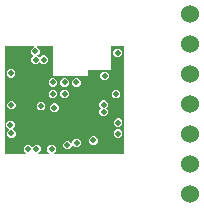
<source format=gbr>
G04 EAGLE Gerber X2 export*
%TF.Part,Single*%
%TF.FileFunction,Copper,L3,Inr,Mixed*%
%TF.FilePolarity,Positive*%
%TF.GenerationSoftware,Autodesk,EAGLE,8.6.3*%
%TF.CreationDate,2018-04-05T08:16:35Z*%
G75*
%MOMM*%
%FSLAX34Y34*%
%LPD*%
%AMOC8*
5,1,8,0,0,1.08239X$1,22.5*%
G01*
%ADD10C,1.524000*%
%ADD11C,0.508000*%
%ADD12C,0.152400*%

G36*
X17029Y-507D02*
X17029Y-507D01*
X17031Y-507D01*
X17126Y-487D01*
X17223Y-468D01*
X17225Y-466D01*
X17227Y-466D01*
X17308Y-410D01*
X17388Y-355D01*
X17390Y-353D01*
X17392Y-351D01*
X17445Y-268D01*
X17498Y-187D01*
X17498Y-184D01*
X17500Y-182D01*
X17516Y-86D01*
X17533Y10D01*
X17533Y13D01*
X17533Y16D01*
X17511Y110D01*
X17490Y206D01*
X17488Y208D01*
X17488Y211D01*
X17385Y359D01*
X15652Y2092D01*
X15652Y5038D01*
X17735Y7122D01*
X20682Y7122D01*
X22263Y5540D01*
X22268Y5537D01*
X22271Y5533D01*
X22351Y5482D01*
X22430Y5429D01*
X22436Y5428D01*
X22440Y5425D01*
X22534Y5409D01*
X22627Y5391D01*
X22632Y5393D01*
X22638Y5392D01*
X22730Y5413D01*
X22823Y5433D01*
X22828Y5436D01*
X22833Y5437D01*
X22981Y5540D01*
X24667Y7226D01*
X27614Y7226D01*
X29697Y5143D01*
X29697Y2196D01*
X27860Y359D01*
X27858Y356D01*
X27856Y355D01*
X27803Y274D01*
X27749Y192D01*
X27748Y189D01*
X27747Y187D01*
X27729Y91D01*
X27711Y-5D01*
X27712Y-8D01*
X27711Y-10D01*
X27733Y-107D01*
X27753Y-201D01*
X27754Y-203D01*
X27755Y-206D01*
X27811Y-286D01*
X27867Y-366D01*
X27869Y-367D01*
X27871Y-369D01*
X27953Y-421D01*
X28036Y-473D01*
X28039Y-474D01*
X28041Y-475D01*
X28218Y-507D01*
X36828Y-507D01*
X36831Y-507D01*
X36833Y-507D01*
X36928Y-487D01*
X37024Y-468D01*
X37027Y-466D01*
X37029Y-466D01*
X37110Y-410D01*
X37190Y-355D01*
X37192Y-353D01*
X37194Y-351D01*
X37247Y-268D01*
X37300Y-187D01*
X37300Y-184D01*
X37301Y-182D01*
X37318Y-86D01*
X37335Y10D01*
X37335Y13D01*
X37335Y16D01*
X37313Y110D01*
X37292Y206D01*
X37290Y208D01*
X37289Y211D01*
X37187Y359D01*
X35483Y2062D01*
X35483Y5009D01*
X37567Y7092D01*
X40513Y7092D01*
X42596Y5009D01*
X42596Y2062D01*
X40893Y359D01*
X40891Y356D01*
X40889Y355D01*
X40837Y274D01*
X40782Y192D01*
X40781Y189D01*
X40780Y187D01*
X40763Y91D01*
X40744Y-5D01*
X40745Y-8D01*
X40744Y-10D01*
X40766Y-107D01*
X40786Y-201D01*
X40787Y-203D01*
X40788Y-206D01*
X40844Y-286D01*
X40900Y-366D01*
X40902Y-367D01*
X40904Y-369D01*
X40987Y-421D01*
X41069Y-473D01*
X41072Y-474D01*
X41074Y-475D01*
X41252Y-507D01*
X100000Y-507D01*
X100005Y-506D01*
X100010Y-507D01*
X100103Y-486D01*
X100197Y-468D01*
X100201Y-465D01*
X100206Y-464D01*
X100284Y-408D01*
X100362Y-355D01*
X100365Y-351D01*
X100369Y-348D01*
X100420Y-266D01*
X100472Y-187D01*
X100472Y-182D01*
X100475Y-177D01*
X100507Y0D01*
X100507Y90000D01*
X100506Y90005D01*
X100507Y90010D01*
X100486Y90103D01*
X100468Y90197D01*
X100465Y90201D01*
X100464Y90206D01*
X100408Y90284D01*
X100355Y90362D01*
X100351Y90365D01*
X100348Y90369D01*
X100266Y90420D01*
X100187Y90472D01*
X100182Y90472D01*
X100177Y90475D01*
X100000Y90507D01*
X90000Y90507D01*
X89995Y90506D01*
X89990Y90507D01*
X89897Y90486D01*
X89804Y90468D01*
X89799Y90465D01*
X89794Y90464D01*
X89716Y90408D01*
X89638Y90355D01*
X89635Y90351D01*
X89631Y90348D01*
X89580Y90266D01*
X89528Y90187D01*
X89528Y90182D01*
X89525Y90177D01*
X89493Y90000D01*
X89493Y70507D01*
X70000Y70507D01*
X69995Y70506D01*
X69990Y70507D01*
X69897Y70486D01*
X69804Y70468D01*
X69799Y70465D01*
X69794Y70464D01*
X69716Y70408D01*
X69638Y70355D01*
X69635Y70351D01*
X69631Y70348D01*
X69580Y70266D01*
X69528Y70187D01*
X69528Y70182D01*
X69525Y70177D01*
X69493Y70000D01*
X69493Y65507D01*
X40507Y65507D01*
X40507Y90000D01*
X40506Y90005D01*
X40507Y90010D01*
X40486Y90103D01*
X40468Y90197D01*
X40465Y90201D01*
X40464Y90206D01*
X40408Y90284D01*
X40355Y90362D01*
X40351Y90365D01*
X40348Y90369D01*
X40266Y90420D01*
X40187Y90472D01*
X40182Y90472D01*
X40177Y90475D01*
X40000Y90507D01*
X27134Y90507D01*
X27132Y90507D01*
X27129Y90507D01*
X27034Y90487D01*
X26938Y90468D01*
X26936Y90466D01*
X26933Y90466D01*
X26853Y90410D01*
X26772Y90355D01*
X26771Y90353D01*
X26769Y90351D01*
X26715Y90268D01*
X26663Y90187D01*
X26662Y90184D01*
X26661Y90182D01*
X26645Y90086D01*
X26627Y89990D01*
X26628Y89987D01*
X26627Y89985D01*
X26649Y89891D01*
X26671Y89794D01*
X26672Y89792D01*
X26673Y89789D01*
X26776Y89641D01*
X28821Y87597D01*
X28821Y84650D01*
X27205Y83035D01*
X27202Y83030D01*
X27198Y83027D01*
X27147Y82947D01*
X27094Y82868D01*
X27093Y82863D01*
X27090Y82858D01*
X27074Y82764D01*
X27057Y82671D01*
X27058Y82666D01*
X27057Y82660D01*
X27078Y82568D01*
X27098Y82475D01*
X27101Y82470D01*
X27102Y82465D01*
X27205Y82317D01*
X28351Y81172D01*
X28355Y81169D01*
X28358Y81164D01*
X28439Y81113D01*
X28518Y81061D01*
X28523Y81060D01*
X28527Y81057D01*
X28621Y81041D01*
X28715Y81023D01*
X28720Y81024D01*
X28725Y81023D01*
X28818Y81045D01*
X28911Y81065D01*
X28915Y81068D01*
X28920Y81069D01*
X29068Y81172D01*
X30753Y82857D01*
X33700Y82857D01*
X35783Y80773D01*
X35783Y77827D01*
X33700Y75743D01*
X30753Y75743D01*
X29312Y77184D01*
X29308Y77187D01*
X29305Y77192D01*
X29224Y77243D01*
X29145Y77295D01*
X29140Y77296D01*
X29136Y77299D01*
X29042Y77315D01*
X28948Y77333D01*
X28943Y77332D01*
X28938Y77333D01*
X28845Y77311D01*
X28752Y77291D01*
X28748Y77288D01*
X28743Y77287D01*
X28595Y77184D01*
X26910Y75499D01*
X23963Y75499D01*
X21880Y77583D01*
X21880Y80529D01*
X23495Y82145D01*
X23498Y82149D01*
X23502Y82152D01*
X23554Y82232D01*
X23606Y82312D01*
X23607Y82317D01*
X23610Y82321D01*
X23626Y82415D01*
X23644Y82508D01*
X23643Y82514D01*
X23644Y82519D01*
X23622Y82611D01*
X23602Y82705D01*
X23599Y82709D01*
X23598Y82714D01*
X23495Y82862D01*
X21707Y84650D01*
X21707Y87597D01*
X23752Y89641D01*
X23753Y89644D01*
X23756Y89645D01*
X23808Y89726D01*
X23863Y89808D01*
X23863Y89811D01*
X23865Y89813D01*
X23882Y89909D01*
X23900Y90005D01*
X23900Y90008D01*
X23900Y90010D01*
X23879Y90107D01*
X23859Y90201D01*
X23857Y90203D01*
X23857Y90206D01*
X23800Y90286D01*
X23745Y90366D01*
X23742Y90367D01*
X23741Y90369D01*
X23658Y90421D01*
X23575Y90473D01*
X23573Y90474D01*
X23571Y90475D01*
X23393Y90507D01*
X0Y90507D01*
X-5Y90506D01*
X-10Y90507D01*
X-103Y90486D01*
X-197Y90468D01*
X-201Y90465D01*
X-206Y90464D01*
X-284Y90408D01*
X-362Y90355D01*
X-365Y90351D01*
X-369Y90348D01*
X-420Y90266D01*
X-472Y90187D01*
X-472Y90182D01*
X-475Y90177D01*
X-507Y90000D01*
X-507Y0D01*
X-506Y-5D01*
X-507Y-10D01*
X-486Y-103D01*
X-468Y-197D01*
X-465Y-201D01*
X-464Y-206D01*
X-408Y-284D01*
X-355Y-362D01*
X-351Y-365D01*
X-348Y-369D01*
X-266Y-420D01*
X-187Y-472D01*
X-182Y-472D01*
X-177Y-475D01*
X0Y-507D01*
X17026Y-507D01*
X17029Y-507D01*
G37*
%LPC*%
G36*
X50936Y3113D02*
X50936Y3113D01*
X48853Y5196D01*
X48853Y8143D01*
X50936Y10226D01*
X53883Y10226D01*
X55883Y8226D01*
X55885Y8224D01*
X55887Y8222D01*
X55968Y8170D01*
X56050Y8115D01*
X56053Y8114D01*
X56055Y8113D01*
X56151Y8096D01*
X56247Y8077D01*
X56249Y8078D01*
X56252Y8077D01*
X56348Y8099D01*
X56443Y8119D01*
X56445Y8120D01*
X56448Y8121D01*
X56527Y8178D01*
X56608Y8233D01*
X56609Y8236D01*
X56611Y8237D01*
X56663Y8320D01*
X56715Y8402D01*
X56716Y8405D01*
X56717Y8407D01*
X56749Y8585D01*
X56749Y9897D01*
X58833Y11981D01*
X61779Y11981D01*
X63862Y9897D01*
X63862Y6951D01*
X61779Y4867D01*
X58833Y4867D01*
X56832Y6868D01*
X56830Y6869D01*
X56829Y6871D01*
X56748Y6924D01*
X56665Y6978D01*
X56663Y6979D01*
X56661Y6980D01*
X56565Y6998D01*
X56469Y7016D01*
X56466Y7016D01*
X56463Y7016D01*
X56367Y6995D01*
X56272Y6974D01*
X56270Y6973D01*
X56268Y6972D01*
X56188Y6916D01*
X56108Y6860D01*
X56106Y6858D01*
X56104Y6856D01*
X56053Y6774D01*
X56000Y6691D01*
X56000Y6688D01*
X55998Y6686D01*
X55966Y6509D01*
X55966Y5196D01*
X53883Y3113D01*
X50936Y3113D01*
G37*
%LPD*%
%LPC*%
G36*
X3483Y13188D02*
X3483Y13188D01*
X1399Y15272D01*
X1399Y18218D01*
X2710Y19529D01*
X2713Y19533D01*
X2717Y19536D01*
X2768Y19616D01*
X2821Y19695D01*
X2822Y19701D01*
X2825Y19705D01*
X2840Y19799D01*
X2858Y19892D01*
X2857Y19898D01*
X2858Y19903D01*
X2836Y19995D01*
X2817Y20088D01*
X2814Y20093D01*
X2813Y20098D01*
X2710Y20246D01*
X674Y22282D01*
X674Y25228D01*
X2757Y27312D01*
X5704Y27312D01*
X7787Y25228D01*
X7787Y22282D01*
X6477Y20971D01*
X6474Y20967D01*
X6470Y20964D01*
X6419Y20884D01*
X6366Y20804D01*
X6365Y20799D01*
X6362Y20795D01*
X6346Y20701D01*
X6329Y20607D01*
X6330Y20602D01*
X6329Y20597D01*
X6350Y20505D01*
X6370Y20411D01*
X6373Y20407D01*
X6374Y20402D01*
X6477Y20254D01*
X8513Y18218D01*
X8513Y15272D01*
X6429Y13188D01*
X3483Y13188D01*
G37*
%LPD*%
%LPC*%
G36*
X81680Y31430D02*
X81680Y31430D01*
X79597Y33514D01*
X79597Y36460D01*
X80740Y37603D01*
X80743Y37607D01*
X80747Y37610D01*
X80798Y37690D01*
X80851Y37770D01*
X80852Y37775D01*
X80854Y37779D01*
X80870Y37873D01*
X80888Y37967D01*
X80887Y37972D01*
X80888Y37977D01*
X80866Y38070D01*
X80847Y38163D01*
X80844Y38167D01*
X80842Y38172D01*
X80740Y38320D01*
X79450Y39610D01*
X79450Y42556D01*
X81534Y44639D01*
X84480Y44639D01*
X86564Y42556D01*
X86564Y39610D01*
X85421Y38467D01*
X85418Y38462D01*
X85414Y38459D01*
X85363Y38379D01*
X85310Y38300D01*
X85309Y38295D01*
X85306Y38290D01*
X85290Y38196D01*
X85272Y38103D01*
X85273Y38098D01*
X85273Y38093D01*
X85294Y38000D01*
X85314Y37907D01*
X85317Y37902D01*
X85318Y37897D01*
X85421Y37749D01*
X86710Y36460D01*
X86710Y33514D01*
X84627Y31430D01*
X81680Y31430D01*
G37*
%LPD*%
%LPC*%
G36*
X58527Y56443D02*
X58527Y56443D01*
X56443Y58527D01*
X56443Y61473D01*
X58527Y63557D01*
X61473Y63557D01*
X63557Y61473D01*
X63557Y58527D01*
X61473Y56443D01*
X58527Y56443D01*
G37*
%LPD*%
%LPC*%
G36*
X48527Y56443D02*
X48527Y56443D01*
X46443Y58527D01*
X46443Y61473D01*
X48527Y63557D01*
X51473Y63557D01*
X53557Y61473D01*
X53557Y58527D01*
X51473Y56443D01*
X48527Y56443D01*
G37*
%LPD*%
%LPC*%
G36*
X38527Y56443D02*
X38527Y56443D01*
X36443Y58527D01*
X36443Y61473D01*
X38527Y63557D01*
X41473Y63557D01*
X43557Y61473D01*
X43557Y58527D01*
X41473Y56443D01*
X38527Y56443D01*
G37*
%LPD*%
%LPC*%
G36*
X92169Y46513D02*
X92169Y46513D01*
X90085Y48597D01*
X90085Y51543D01*
X92169Y53627D01*
X95115Y53627D01*
X97199Y51543D01*
X97199Y48597D01*
X95115Y46513D01*
X92169Y46513D01*
G37*
%LPD*%
%LPC*%
G36*
X48527Y46443D02*
X48527Y46443D01*
X46443Y48527D01*
X46443Y51473D01*
X48527Y53557D01*
X51473Y53557D01*
X53557Y51473D01*
X53557Y48527D01*
X51473Y46443D01*
X48527Y46443D01*
G37*
%LPD*%
%LPC*%
G36*
X93527Y81443D02*
X93527Y81443D01*
X91443Y83527D01*
X91443Y86473D01*
X93527Y88557D01*
X96473Y88557D01*
X98557Y86473D01*
X98557Y83527D01*
X96473Y81443D01*
X93527Y81443D01*
G37*
%LPD*%
%LPC*%
G36*
X3391Y64023D02*
X3391Y64023D01*
X1307Y66106D01*
X1307Y69053D01*
X3391Y71136D01*
X6337Y71136D01*
X8421Y69053D01*
X8421Y66106D01*
X6337Y64023D01*
X3391Y64023D01*
G37*
%LPD*%
%LPC*%
G36*
X3551Y36990D02*
X3551Y36990D01*
X1467Y39073D01*
X1467Y42020D01*
X3551Y44103D01*
X6497Y44103D01*
X8581Y42020D01*
X8581Y39073D01*
X6497Y36990D01*
X3551Y36990D01*
G37*
%LPD*%
%LPC*%
G36*
X28527Y36443D02*
X28527Y36443D01*
X26443Y38527D01*
X26443Y41473D01*
X28527Y43557D01*
X31473Y43557D01*
X33557Y41473D01*
X33557Y38527D01*
X31473Y36443D01*
X28527Y36443D01*
G37*
%LPD*%
%LPC*%
G36*
X40008Y34962D02*
X40008Y34962D01*
X37924Y37046D01*
X37924Y39992D01*
X40008Y42075D01*
X42954Y42075D01*
X45038Y39992D01*
X45038Y37046D01*
X42954Y34962D01*
X40008Y34962D01*
G37*
%LPD*%
%LPC*%
G36*
X94024Y22272D02*
X94024Y22272D01*
X91940Y24356D01*
X91940Y27302D01*
X94024Y29386D01*
X96970Y29386D01*
X99054Y27302D01*
X99054Y24356D01*
X96970Y22272D01*
X94024Y22272D01*
G37*
%LPD*%
%LPC*%
G36*
X82442Y61854D02*
X82442Y61854D01*
X80358Y63937D01*
X80358Y66884D01*
X82442Y68967D01*
X85388Y68967D01*
X87471Y66884D01*
X87471Y63937D01*
X85388Y61854D01*
X82442Y61854D01*
G37*
%LPD*%
%LPC*%
G36*
X93684Y12937D02*
X93684Y12937D01*
X91600Y15021D01*
X91600Y17967D01*
X93684Y20051D01*
X96630Y20051D01*
X98714Y17967D01*
X98714Y15021D01*
X96630Y12937D01*
X93684Y12937D01*
G37*
%LPD*%
%LPC*%
G36*
X73052Y7201D02*
X73052Y7201D01*
X70968Y9285D01*
X70968Y12231D01*
X73052Y14315D01*
X75998Y14315D01*
X78082Y12231D01*
X78082Y9285D01*
X75998Y7201D01*
X73052Y7201D01*
G37*
%LPD*%
%LPC*%
G36*
X38527Y46443D02*
X38527Y46443D01*
X36443Y48527D01*
X36443Y51473D01*
X38527Y53557D01*
X41473Y53557D01*
X43557Y51473D01*
X43557Y48527D01*
X41473Y46443D01*
X38527Y46443D01*
G37*
%LPD*%
D10*
X156400Y117800D03*
X156400Y92400D03*
X156400Y67000D03*
X156400Y41600D03*
X156400Y16200D03*
X156400Y-9200D03*
X156400Y-34600D03*
D11*
X83915Y65411D03*
X32227Y79300D03*
X25437Y79056D03*
X83007Y41083D03*
X93642Y50070D03*
X95497Y25829D03*
X60306Y8424D03*
X83154Y34987D03*
X4864Y67579D03*
X5024Y40546D03*
X4231Y23755D03*
X19208Y3565D03*
X60000Y60000D03*
X25264Y86123D03*
X26141Y3670D03*
X4956Y16745D03*
X39040Y3536D03*
X95157Y16494D03*
X50000Y60000D03*
X40000Y60000D03*
X40000Y50000D03*
X50000Y50000D03*
X30000Y40000D03*
X41481Y38519D03*
X95000Y85000D03*
X74525Y10758D03*
X17279Y16238D03*
D12*
X17324Y16283D01*
X17324Y16305D01*
D11*
X18450Y71126D03*
X32944Y3463D03*
X10582Y4756D03*
X45789Y3781D03*
X94174Y61077D03*
X78847Y15507D03*
X52410Y6669D03*
M02*

</source>
